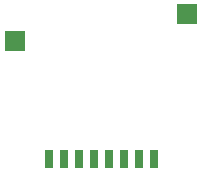
<source format=gbp>
G04*
G04 #@! TF.GenerationSoftware,Altium Limited,Altium Designer,20.1.8 (145)*
G04*
G04 Layer_Color=128*
%FSLAX25Y25*%
%MOIN*%
G70*
G04*
G04 #@! TF.SameCoordinates,CA782F3F-0D54-4404-9751-EA5AB56DA471*
G04*
G04*
G04 #@! TF.FilePolarity,Positive*
G04*
G01*
G75*
%ADD48R,0.07087X0.07087*%
%ADD49R,0.03150X0.05906*%
D48*
X258200Y207500D02*
D03*
X200909Y198784D02*
D03*
D49*
X247009Y159283D02*
D03*
X242009D02*
D03*
X237009D02*
D03*
X217009D02*
D03*
X212009D02*
D03*
X222009D02*
D03*
X227009D02*
D03*
X232009D02*
D03*
M02*

</source>
